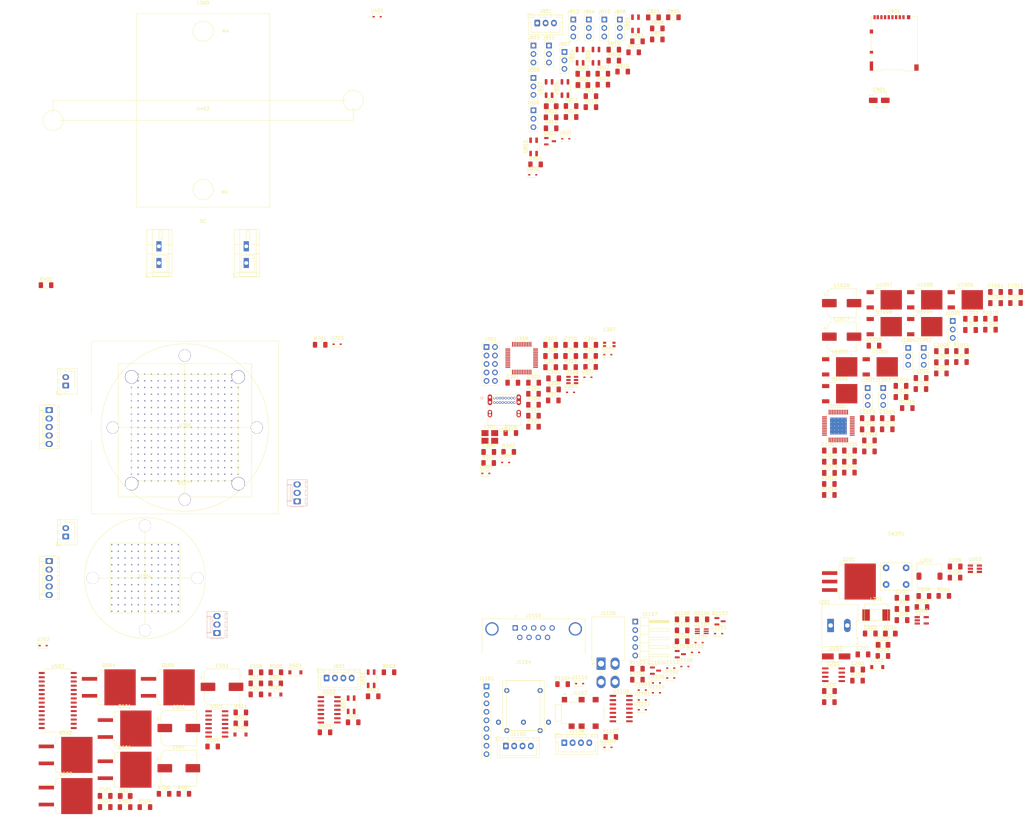
<source format=kicad_pcb>
(kicad_pcb (version 20211014) (generator pcbnew)
  (layers (0 "F.Cu" signal) (31 "B.Cu" signal) (34 "B.Paste" user) (35 "F.Paste" user) (36 "B.SilkS" user "B.Silkscreen") (37 "F.SilkS" user "F.Silkscreen") (38 "B.Mask" user) (39 "F.Mask" user) (44 "Edge.Cuts" user))
  (net 0 "")
  (net 1 "/PowerSupply/Unfiltered-24V")
  (net 2 "TMC1_CLK")
  (net 3 "+24V")
  (net 4 "+12V")
  (net 5 "+5V")
  (net 6 "/PowerSupply/3V3-BOOT")
  (net 7 "/PowerSupply/3V3-BOOT-D")
  (net 8 "+3.3V")
  (net 9 "VBUS")
  (net 10 "/MCU-USB-SPI/NRST")
  (net 11 "Net-(C303-Pad1)")
  (net 12 "Net-(C304-Pad1)")
  (net 13 "+3V3")
  (net 14 "/Three-Phase_Motor/IR2136-RCIN")
  (net 15 "/Three-Phase_Motor/IR2136-COM")
  (net 16 "/Three-Phase_Motor/IR2136-VB1")
  (net 17 "/Three-Phase_Motor/IR2136-VS1")
  (net 18 "/Three-Phase_Motor/IR2136-VB2")
  (net 19 "/Three-Phase_Motor/IR2136-VS2")
  (net 20 "/Three-Phase_Motor/IR2136-VB3")
  (net 21 "/Three-Phase_Motor/IR2136-VS3")
  (net 22 "Net-(C801-Pad1)")
  (net 23 "/ADC-DAC/IMPULSE-74HC14-R")
  (net 24 "/StepperMotors/TMC1-12Vout")
  (net 25 "/StepperMotors/TMC1-5Vout")
  (net 26 "/StepperMotors/TMC1-Vcc")
  (net 27 "/StepperMotors/TMC1_CPI")
  (net 28 "/StepperMotors/TMC1_CPO")
  (net 29 "/StepperMotors/TMC1_VCP")
  (net 30 "TMC1_BLACK")
  (net 31 "/StepperMotors/TMC1_CB2")
  (net 32 "TMC1_RED")
  (net 33 "/StepperMotors/TMC1_CA2")
  (net 34 "TMC1_GREEN")
  (net 35 "/StepperMotors/TMC1_CB1")
  (net 36 "TMC1_BLUE")
  (net 37 "/StepperMotors/TMC1_CA1")
  (net 38 "/PowerSupply/POL-FET-G")
  (net 39 "/PowerSupply/5V-Vout-LED")
  (net 40 "/PowerSupply/3V3-L-LED")
  (net 41 "/Three-Phase_Motor/IR2136-FAULT")
  (net 42 "/Three-Phase_Motor/IR2136-FAULT-LED")
  (net 43 "/ADC-DAC/STARTMARK-74HC14-R")
  (net 44 "/ADC-DAC/IMPULSE-74HC14-2-R")
  (net 45 "/PowerSupply/PowerIn-")
  (net 46 "/PowerSupply/PowerIn+")
  (net 48 "Net-(J301-Pad6)")
  (net 50 "Net-(J301-Pad8)")
  (net 51 "Net-(J301-Pad9)")
  (net 52 "Net-(J301-Pad10)")
  (net 53 "/MCU-USB-SPI/USB_CONN_CC1")
  (net 54 "/MCU-USB-SPI/USB_CONN_D+")
  (net 55 "/MCU-USB-SPI/USB_CONN_D-")
  (net 57 "/MCU-USB-SPI/USB_CONN_CC2")
  (net 59 "/LooperEncoder/_CONN-ENC-3V3")
  (net 60 "/LooperEncoder/_CONN_ENC-A")
  (net 61 "/LooperEncoder/_CONN_ENC-B")
  (net 62 "/LooperEncoder/_CONN_ENC-GND")
  (net 63 "Net-(J801-Pad2)")
  (net 64 "/ADC-DAC/IMPULSE-POWER-JUMPER")
  (net 65 "/ADC-DAC/STARTMARK-POWER-JUMPER")
  (net 66 "/ADC-DAC/_CONN-SYNKINO-GND-2")
  (net 67 "/ADC-DAC/_CONN-SYNKINO-SIGNAL-2")
  (net 68 "/ADC-DAC/_CONN-SYNKINO-3V3-2")
  (net 69 "/ADC-DAC/_CONN-SYNKINO-GND-4")
  (net 70 "/ADC-DAC/_CONN-SYNKINO-SIGNAL-4")
  (net 71 "/ADC-DAC/_CONN-SYNKINO-3V3-4")
  (net 72 "/ADC-DAC/_CONN-SYNKINO-GND-3")
  (net 73 "/ADC-DAC/_CONN-SYNKINO-SIGNAL-3")
  (net 74 "/ADC-DAC/_CONN-SYNKINO-3V3-3")
  (net 75 "/ADC-DAC/_CONN-SYNKINO-GND-5")
  (net 76 "/ADC-DAC/_CONN-SYNKINO-SIGNAL-5")
  (net 77 "/ADC-DAC/_CONN-SYNKINO-3V3-5")
  (net 78 "/ADC-DAC/_CONN-SYNKINO-GND-6")
  (net 79 "/ADC-DAC/_CONN-SYNKINO-SIGNAL-6")
  (net 80 "/ADC-DAC/_CONN-SYNKINO-3V3-6")
  (net 81 "/ADC-DAC/_CONN-SYNKINO-GND-7")
  (net 82 "/ADC-DAC/_CONN-SYNKINO-SIGNAL-7")
  (net 83 "/ADC-DAC/_CONN-SYNKINO-3V3-7")
  (net 84 "/StepperMotors/TMC1_CFG6")
  (net 85 "/StepperMotors/TMC1_CFG4")
  (net 86 "/StepperMotors/TMC1_SPI-MODE")
  (net 87 "/StepperMotors/TMC1_CFG5")
  (net 88 "/StepperMotors/TMC1_SD-MODE")
  (net 89 "/Connectors/D-SUB_1")
  (net 90 "/Connectors/D-SUB_6")
  (net 91 "/Connectors/D-SUB_2")
  (net 92 "/Connectors/D-SUB_7")
  (net 93 "/Connectors/D-SUB_3")
  (net 94 "/Connectors/D-SUB_8")
  (net 95 "/Connectors/D-SUB_4")
  (net 96 "/Connectors/D-SUB_9")
  (net 97 "/Connectors/P1_T")
  (net 98 "/Connectors/P1_R1")
  (net 99 "/Connectors/P1_R2")
  (net 100 "P1_TN")
  (net 102 "CRASS_COIL-B")
  (net 103 "CRASS_COIL-A")
  (net 104 "/Connectors/CRASS_4")
  (net 105 "CONN_ENC-A")
  (net 106 "CONN_ENC-B")
  (net 107 "LED_OUT+")
  (net 109 "LED_OUT-")
  (net 110 "8015A_FR")
  (net 111 "8015A_SPEED")
  (net 112 "8015A_AVI")
  (net 113 "8015A_ENBL")
  (net 114 "/PowerSupply/3V3-PHASE")
  (net 115 "/PowerSupply/POL-FET-D")
  (net 116 "/Three-Phase_Motor/IR2136-HO1-R")
  (net 117 "/Three-Phase_Motor/IR2136-LO1-R")
  (net 118 "/Three-Phase_Motor/IR2136-HO2-R")
  (net 119 "/Three-Phase_Motor/IR2136-LO2-R")
  (net 120 "/Three-Phase_Motor/IR2136-HO3-R")
  (net 121 "/Three-Phase_Motor/IR2136-LO3-R")
  (net 122 "/ADC-DAC/IMPULSE-SIGNAL")
  (net 123 "/ADC-DAC/IMPULSE-SIGNAL-R")
  (net 124 "P1_T_MCU")
  (net 125 "P1_R1_MCU")
  (net 126 "P1_R2_MCU")
  (net 127 "/PowerSupply/3V3-FB")
  (net 128 "/MCU-USB-SPI/MCU_SWDIO")
  (net 129 "/MCU-USB-SPI/MCU_SWCLK")
  (net 130 "/MCU-USB-SPI/MCU_SWO")
  (net 131 "/MCU-USB-SPI/BOOT0")
  (net 132 "Net-(R309-Pad1)")
  (net 133 "SD_CSN")
  (net 134 "TMC1_CSN")
  (net 135 "/MCU-USB-SPI/USB_D+")
  (net 136 "RELAY_IN")
  (net 137 "/Relay/RELAY_IN-R")
  (net 138 "/Three-Phase_Motor/IR2136-ITRIP")
  (net 139 "/Three-Phase_Motor/IR2136-HO1")
  (net 140 "/Three-Phase_Motor/IR2136-LO1")
  (net 141 "/Three-Phase_Motor/IR2136-LO2")
  (net 142 "/Three-Phase_Motor/IR2136-LO3")
  (net 143 "/Three-Phase_Motor/IR2136-HO2")
  (net 144 "/Three-Phase_Motor/IR2136-HO3")
  (net 145 "/LooperEncoder/QRE1113-1_A")
  (net 146 "/LooperEncoder/QRE1113-1_B")
  (net 147 "LDH-45B_PWM")
  (net 148 "/High-Power_LED/LDH-45B_PWM-R")
  (net 149 "/ADC-DAC/IMPULSE-74HC14")
  (net 150 "SENSORS_START-MARK")
  (net 151 "SENSORS_IMPULSE")
  (net 152 "/ADC-DAC/QRE1113-SYNKINO-2")
  (net 153 "/ADC-DAC/QRE1113-SYNKINO-4")
  (net 154 "/ADC-DAC/QRE1113-SYNKINO-3")
  (net 155 "/ADC-DAC/QRE1113-SYNKINO-5")
  (net 156 "/ADC-DAC/QRE1113-SYNKINO-6")
  (net 157 "/ADC-DAC/QRE1113-SYNKINO-7")
  (net 158 "/StepperMotors/TMC1_HB1")
  (net 159 "Net-(R1002-Pad2)")
  (net 160 "/StepperMotors/TMC1_HA1")
  (net 161 "/StepperMotors/TMC1_HA1-R")
  (net 162 "/StepperMotors/TMC1_SRBH-R")
  (net 163 "/StepperMotors/TMC1_SRBH")
  (net 164 "/StepperMotors/TMC1_SRAH-R")
  (net 165 "/StepperMotors/TMC1_SRAH")
  (net 166 "/StepperMotors/TMC1_SRBL")
  (net 167 "/StepperMotors/TMC1_SRAL")
  (net 168 "/StepperMotors/TMC1_LB1")
  (net 169 "Net-(R1008-Pad2)")
  (net 170 "/StepperMotors/TMC1_LA1")
  (net 171 "/StepperMotors/TMC1_LA1-R")
  (net 172 "/StepperMotors/TMC1_LB2")
  (net 173 "/StepperMotors/TMC1_LB2-R")
  (net 174 "/StepperMotors/TMC1_LA2")
  (net 175 "/StepperMotors/TMC1_LA2-R")
  (net 176 "/StepperMotors/TMC1_HB2")
  (net 177 "/StepperMotors/TMC1_HB2-R")
  (net 178 "/StepperMotors/TMC1_HA2")
  (net 179 "/StepperMotors/TMC1_HA2-R")
  (net 180 "SLIDE_RX")
  (net 185 "/MCU-USB-SPI/USB_CMC_D+")
  (net 186 "/MCU-USB-SPI/USB_CMC_D-")
  (net 187 "/MCU-USB-SPI/USB_D-")
  (net 188 "IR2136_HIN2")
  (net 189 "TMC1_STEP")
  (net 190 "TMC1_DIR")
  (net 191 "SLIDE_TX")
  (net 192 "TMC1_EN")
  (net 193 "IR2136_HIN1")
  (net 194 "MCU_SENSOR-ENC-A")
  (net 195 "MCU_SENSOR-ENC-B")
  (net 196 "IR2136_HIN3")
  (net 197 "IR2136_EN")
  (net 198 "TMC1_SWP")
  (net 199 "TMC1_SWN")
  (net 200 "/ADC-DAC/STARTMARK-SIGNAL")
  (net 201 "/Three-Phase_Motor/IR2136-LIN1")
  (net 202 "/Three-Phase_Motor/IR2136-LIN2")
  (net 203 "/Three-Phase_Motor/IR2136-LIN3")
  (net 207 "Net-(U603-Pad2)")
  (net 218 "TMC1_SCK")
  (net 219 "SD_MISO")
  (net 220 "SD_MOSI")
  (net 223 "CRASS_GREEN")
  (footprint "Diode_SMD:D_SOD-323" (layer "F.Cu") (at -200.515 161.655)
    (fp_text reference "U1115")
    (fp_text value "PESD3V3L1BA-Bidirectional_Diode")
  )
  (footprint "Diode_SMD:D_SOD-323" (layer "F.Cu") (at -228.635 98.645)
    (fp_text reference "U305")
    (fp_text value "PESD3V3L1BA-Bidirectional_Diode")
  )
  (footprint "Capacitor_SMD:C_1206_3216Metric_Pad1.33x1.80mm_HandSolder" (layer "F.Cu") (at -108.245 82.085)
    (fp_text reference "C1015")
    (fp_text value "1nF 100V")
  )
  (footprint "Capacitor_SMD:C_1206_3216Metric_Pad1.33x1.80mm_HandSolder" (layer "F.Cu") (at -342.785 198.685)
    (fp_text reference "C504")
    (fp_text value "10uF")
  )
  (footprint "Capacitor_SMD:C_1206_3216Metric_Pad1.33x1.80mm_HandSolder" (layer "F.Cu") (at -209.205 60.095)
    (fp_text reference "C303")
    (fp_text value "10p")
  )
  (footprint "Resistor_SMD:R_1206_3216Metric_Pad1.30x1.75mm_HandSolder" (layer "F.Cu") (at -197.215 66.705)
    (fp_text reference "R311")
    (fp_text value "10K")
  )
  (footprint "Resistor_SMD:R_1206_3216Metric_Pad1.30x1.75mm_HandSolder" (layer "F.Cu") (at -209.065 -8.125)
    (fp_text reference "R812")
    (fp_text value "47k")
  )
  (footprint "LED_SMD:LED_1206_3216Metric_Pad1.42x1.75mm_HandSolder" (layer "F.Cu") (at -107.34 146.655)
    (fp_text reference "D204")
    (fp_text value "LED")
  )
  (footprint "Resistor_SMD:R_1206_3216Metric_Pad1.30x1.75mm_HandSolder" (layer "F.Cu") (at -302.095 173.595)
    (fp_text reference "R502")
    (fp_text value "220")
  )
  (footprint "Connector_PinHeader_2.54mm:PinHeader_1x03_P2.54mm_Vertical" (layer "F.Cu") (at -209.715 -29.645)
    (fp_text reference "J811")
    (fp_text value "Conn_01x03_Female")
  )
  (footprint "Package_SO:SOIC-14_3.9x8.7mm_P1.27mm" (layer "F.Cu") (at -309.295 173.765)
    (fp_text reference "U501")
    (fp_text value "74HC14")
  )
  (footprint "PrivateParts:SRF3216A-Common-Mode-Choke" (layer "F.Cu") (at -191.62 59.98)
    (fp_text reference "U307")
    (fp_text value "SRF3216A-Common_Mode_Choke")
  )
  (footprint "Capacitor_SMD:C_1206_3216Metric_Pad1.33x1.80mm_HandSolder" (layer "F.Cu") (at -104.155 72.385)
    (fp_text reference "C1014")
    (fp_text value "4.7uF")
  )
  (footprint "Package_TO_SOT_SMD:SOT-23-5_HandSoldering" (layer "F.Cu") (at -97.935 142.685)
    (fp_text reference "U202")
    (fp_text value "NCP718-LDO_Regulator")
  )
  (footprint "Diode_SMD:D_SOD-323" (layer "F.Cu") (at -198.025 69.825)
    (fp_text reference "U302")
    (fp_text value "PESD3V3L1BA-Bidirectional_Diode")
  )
  (footprint "Diode_SMD:D_SOD-323" (layer "F.Cu") (at -181.715 166.555)
    (fp_text reference "U1101")
    (fp_text value "PESD3V3L1BA-Bidirectional_Diode")
  )
  (footprint "Diode_SMD:D_SOD-323" (layer "F.Cu") (at -361.355 150.265)
    (fp_text reference "U702")
    (fp_text value "PESD3V3L1BA-Bidirectional_Diode")
  )
  (footprint "Capacitor_SMD:C_1206_3216Metric_Pad1.33x1.80mm_HandSolder" (layer "F.Cu") (at -92.005 61.985)
    (fp_text reference "C1006")
    (fp_text value "22nF 100V")
  )
  (footprint "Capacitor_SMD:C_1206_3216Metric_Pad1.33x1.80mm_HandSolder" (layer "F.Cu") (at -103.845 135.935)
    (fp_text reference "C207")
    (fp_text value "1uF")
  )
  (footprint "Package_TO_SOT_SMD:SOT-23" (layer "F.Cu") (at -177.765 157.775)
    (fp_text reference "Q1101")
    (fp_text value "Q_NMOS")
  )
  (footprint "Diode_SMD:D_SOD-323" (layer "F.Cu") (at -204.665 -1.715)
    (fp_text reference "U801")
    (fp_text value "PESD3V3L1BA-Bidirectional_Diode")
  )
  (footprint "Resistor_SMD:R_1206_3216Metric_Pad1.30x1.75mm_HandSolder" (layer "F.Cu") (at -184.315 -27.625)
    (fp_text reference "R810")
    (fp_text value "220")
  )
  (footprint "Resistor_SMD:R_1206_3216Metric_Pad1.30x1.75mm_HandSolder" (layer "F.Cu") (at -205.615 161.825)
    (fp_text reference "R1104")
    (fp_text value "22kR")
  )
  (footprint "Resistor_SMD:R_1206_3216Metric_Pad1.30x1.75mm_HandSolder" (layer "F.Cu") (at -193.555 -21.215)
    (fp_text reference "R807")
    (fp_text value "220")
  )
  (footprint "Connector_JST:JST_XH_B4B-XH-A_1x04_P2.50mm_Vertical" (layer "F.Cu") (at -222.635 180.375)
    (fp_text reference "J1105")
    (fp_text value "Conn_01x04_Female")
  )
  (footprint "Diode_SMD:D_SOD-123" (layer "F.Cu") (at -285.735 158.285)
    (fp_text reference "D503")
    (fp_text value "1N4007")
  )
  (footprint "Resistor_SMD:R_1206_3216Metric_Pad1.30x1.75mm_HandSolder" (layer "F.Cu") (at -183.185 160.485)
    (fp_text reference "R1105")
    (fp_text value "10k")
  )
  (footprint "Diode_SMD:D_SOD-323" (layer "F.Cu") (at -214.565 9.105)
    (fp_text reference "U802")
    (fp_text value "PESD3V3L1BA-Bidirectional_Diode")
  )
  (footprint "Capacitor_SMD:C_1206_3216Metric_Pad1.33x1.80mm_HandSolder" (layer "F.Cu") (at -125.605 98.485)
    (fp_text reference "C1019")
    (fp_text value "1nF 100V")
  )
  (footprint "Package_TO_SOT_SMD:SOT-23-3" (layer "F.Cu") (at -209.365 -0.965)
    (fp_text reference "Q801")
    (fp_text value "BC847B")
  )
  (footprint "Resistor_SMD:R_1206_3216Metric_Pad1.30x1.75mm_HandSolder" (layer "F.Cu") (at -125.635 167.225)
    (fp_text reference "R204")
    (fp_text value "62K")
  )
  (footprint "Connector_PinHeader_2.54mm:PinHeader_1x03_P2.54mm_Vertical" (layer "F.Cu") (at -202.415 -37.445)
    (fp_text reference "J812")
    (fp_text value "Conn_01x03_Female")
  )
  (footprint "Diode_SMD:D_SOD-323" (layer "F.Cu") (at -203.235 74.335)
    (fp_text reference "U303")
    (fp_text value "PESD3V3L1BA-Bidirectional_Diode")
  )
  (footprint "Connector_Molex:Molex_Mini-Fit_Jr_5569-04A2_2x02_P4.20mm_Horizontal" (layer "F.Cu") (at -194.085 155.675)
    (fp_text reference "J1106")
    (fp_text value "Conn_02x02_Counter_Clockwise")
  )
  (footprint "Resistor_SMD:R_1206_3216Metric_Pad1.30x1.75mm_HandSolder" (layer "F.Cu") (at -119.625 98.395)
    (fp_text reference "R1006")
    (fp_text value "47R")
  )
  (footprint "Capacitor_SMD:C_1206_3216Metric_Pad1.33x1.80mm_HandSolder" (layer "F.Cu") (at -113.365 146.635)
    (fp_text reference "C202")
    (fp_text value "0.1uF")
  )
  (footprint "Inductor_SMD:L_TDK_SLF7045" (layer "F.Cu") (at -95.615 129.45)
    (fp_text reference "L202")
    (fp_text value "4.7uH")
  )
  (footprint "Capacitor_SMD:CP_Elec_10x10.5" (layer "F.Cu") (at -320.69 174.985)
    (fp_text reference "C502")
    (fp_text value "100uF 50V")
  )
  (footprint "Capacitor_SMD:C_1206_3216Metric_Pad1.33x1.80mm_HandSolder" (layer "F.Cu") (at -92.005 65.335)
    (fp_text reference "C1009")
    (fp_text value "470nF")
  )
  (footprint "LED_SMD:LED_1206_3216Metric_Pad1.42x1.75mm_HandSolder" (layer "F.Cu") (at -109.53 150.045)
    (fp_text reference "D202")
    (fp_text value "LED")
  )
  (footprint "Capacitor_SMD:CP_Elec_10x10.5" (layer "F.Cu") (at -320.69 187.035)
    (fp_text reference "C501")
    (fp_text value "100uF 50V")
  )
  (footprint "Resistor_SMD:R_1206_3216Metric_Pad1.30x1.75mm_HandSolder" (layer "F.Cu") (at -86.025 65.245)
    (fp_text reference "R1003")
    (fp_text value "10R")
  )
  (footprint "Diode_SMD:D_SOD-323" (layer "F.Cu") (at -177.465 164.425)
    (fp_text reference "U1114")
    (fp_text value "PESD3V3L1BA-Bidirectional_Diode")
  )
  (footprint "Capacitor_SMD:C_1206_3216Metric_Pad1.33x1.80mm_HandSolder" (layer "F.Cu") (at -297.565 158.285)
    (fp_text reference "C506")
    (fp_text value "10uF")
  )
  (footprint "Package_TO_SOT_SMD:TO-263-2" (layer "F.Cu") (at -354.635 183.035)
    (fp_text reference "Q502")
    (fp_text value "IRF540N")
  )
  (footprint "Resistor_SMD:R_1206_3216Metric_Pad1.30x1.75mm_HandSolder" (layer "F.Cu") (at -117.185 160.775)
    (fp_text reference "R202")
    (fp_text value "100K")
  )
  (footprint "Package_TO_SOT_SMD:TO-263-2" (layer "F.Cu") (at -341.685 162.785)
    (fp_text reference "Q504")
    (fp_text value "IRF540N")
  )
  (footprint "Package_TO_SOT_SMD:TO-263-2" (layer "F.Cu") (at -336.945 187.485)
    (fp_text reference "Q506")
    (fp_text value "IRF540N")
  )
  (footprint "Resistor_SMD:R_1206_3216Metric_Pad1.30x1.75mm_HandSolder" (layer "F.Cu") (at -208.395 76.755)
    (fp_text reference "R312")
    (fp_text value "R1k5")
  )
  (footprint "Resistor_SMD:R_1206_3216Metric_Pad1.30x1.75mm_HandSolder" (layer "F.Cu") (at -183.185 157.195)
    (fp_text reference "R1103")
    (fp_text value "10k")
  )
  (footprint "OptoDevice:OnSemi_CASE100CY" (layer "F.Cu") (at -200.365 -26.465)
    (fp_text reference "U804")
    (fp_text value "QRE1113GR")
  )
  (footprint "Resistor_SMD:R_1206_3216Metric_Pad1.30x1.75mm_HandSolder" (layer "F.Cu") (at -197.125 -11.185)
    (fp_text reference "R813")
    (fp_text value "47k")
  )
  (footprint "PrivateParts:PinHeader_2x05_P2.54mm_Vertical" (layer "F.Cu") (at -228.435 60.745)
    (fp_text reference "J301")
    (fp_text value "Conn_02x05_Counter_Clockwise")
  )
  (footprint "Capacitor_SMD:C_1206_3216Metric_Pad1.33x1.80mm_HandSolder" (layer "F.Cu") (at -83.305 55.635)
    (fp_text reference "C1002")
    (fp_text value "0.1uF")
  )
  (footprint "Resistor_SMD:R_1206_3216Metric_Pad1.30x1.75mm_HandSolder" (layer "F.Cu") (at -108.275 85.405)
    (fp_text reference "R1013")
    (fp_text value "10R")
  )
  (footprint "Capacitor_SMD:C_1206_3216Metric_Pad1.33x1.80mm_HandSolder" (layer "F.Cu") (at -104.155 75.735)
    (fp_text reference "C1012")
    (fp_text value "470nF")
  )
  (footprint "Package_TO_SOT_SMD:TO-252-2" (layer "F.Cu") (at -109.185 46.585)
    (fp_text reference "U1007")
    (fp_text value "AOD4126_N-Channel_MOSFET")
  )
  (footprint "Resistor_SMD:R_1206_3216Metric_Pad1.30x1.75mm_HandSolder" (layer "F.Cu") (at -203.075 -8.225)
    (fp_text reference "R801")
    (fp_text value "470k")
  )
  (footprint "Capacitor_SMD:C_1206_3216Metric_Pad1.33x1.80mm_HandSolder" (layer "F.Cu") (at -125.605 91.785)
    (fp_text reference "C1007")
    (fp_text value "100nF 16V")
  )
  (footprint "Capacitor_SMD:CP_Elec_8x10.5" (layer "F.Cu") (at -121.935 47.585)
    (fp_text reference "C1020")
    (fp_text value "22uF")
  )
  (footprint "Capacitor_SMD:C_1206_3216Metric_Pad1.33x1.80mm_HandSolder" (layer "F.Cu") (at -114.255 85.435)
    (fp_text reference "C1010")
    (fp_text value "470nF")
  )
  (footprint "PrivateParts:57PC5FS-DIN-5_Connector" (layer "F.Cu") (at -217.348 168.24)
    (fp_text reference "J1104")
    (fp_text value "DIN-5")
  )
  (footprint "Resistor_SMD:R_1206_3216Metric_Pad1.30x1.75mm_HandSolder" (layer "F.Cu") (at -102.265 79.055)
    (fp_text reference "R1015")
    (fp_text value "10R")
  )
  (footprint "Resistor_SMD:R_1206_3216Metric_Pad1.30x1.75mm_HandSolder" (layer "F.Cu") (at -98.175 73.355)
    (fp_text reference "R1008")
    (fp_text value "10R")
  )
  (footprint "Package_TO_SOT_SMD:TO-252-2" (layer "F.Cu") (at -110.385 66.685)
    (fp_text reference "U1005")
    (fp_text value "AOD4126_N-Channel_MOSFET")
  )
  (footprint "Resistor_SMD:R_1206_3216Metric_Pad1.30x1.75mm_HandSolder" (layer "F.Cu") (at -208.335 73.465)
    (fp_text reference "R308")
    (fp_text value "R10k")
  )
  (footprint "Resistor_SMD:R_1206_3216Metric_Pad1.30x1.75mm_HandSolder" (layer "F.Cu") (at -227.785 95.525)
    (fp_text reference "R307")
    (fp_text value "R0")
  )
  (footprint "Resistor_SMD:R_1206_3216Metric_Pad1.30x1.75mm_HandSolder" (layer "F.Cu") (at -214.345 78.055)
    (fp_text reference "R309")
    (fp_text value "R0")
  )
  (footprint "Connector_PinHeader_2.54mm:PinHeader_1x03_P2.54mm_Vertical" (layer "F.Cu") (at -114.135 73.035)
    (fp_text reference "J1001")
    (fp_text value "Conn_01x03_Male")
  )
  (footprint "Capacitor_SMD:C_1206_3216Metric_Pad1.33x1.80mm_HandSolder" (layer "F.Cu") (at -103.845 139.285)
    (fp_text reference "C204")
    (fp_text value "0.33uF")
  )
  (footprint "Diode_SMD:D_SOD-323" (layer "F.Cu") (at -168.945 156.545)
    (fp_text reference "U1106")
    (fp_text value "PESD3V3L1BA-Bidirectional_Diode")
  )
  (footprint "Diode_SMD:D_SOD-323" (layer "F.Cu") (at -222.685 95.355)
    (fp_text reference "U301")
    (fp_text value "PESD3V3L1BA-Bidirectional_Diode")
  )
  (footprint "Resistor_SMD:R_1206_3216Metric_Pad1.30x1.75mm_HandSolder" (layer "F.Cu") (at -183.165 -30.915)
    (fp_text reference "R811")
    (fp_text value "220")
  )
  (footprint "Capacitor_SMD:C_1206_3216Metric_Pad1.33x1.80mm_HandSolder" (layer "F.Cu") (at -209.205 63.445)
    (fp_text reference "C308")
    (fp_text value "100n")
  )
  (footprint "OptoDevice:OnSemi_CASE100CY" (layer "F.Cu") (at -269.015 168.015)
    (fp_text reference "U603")
    (fp_text value "QRE1113GR")
  )
  (footprint "Resistor_SMD:R_1206_3216Metric_Pad1.30x1.75mm_HandSolder" (layer "F.Cu") (at -291.645 161.605)
    (fp_text reference "R501")
    (fp_text value "47")
  )
  (footprint "Capacitor_SMD:C_1206_3216Metric_Pad1.33x1.80mm_HandSolder" (layer "F.Cu") (at -199.535 -21.185)
    (fp_text reference "C802")
    (fp_text value "100n")
  )
  (footprint "Package_TO_SOT_SMD:TO-263-2" (layer "F.Cu") (at -336.945 175.135)
    (fp_text reference "Q501")
    (fp_text value "IRF540N")
  )
  (footprint "Resistor_SMD:R_1206_3216Metric_Pad1.30x1.75mm_HandSolder" (layer "F.Cu") (at -214.345 84.635)
    (fp_text reference "R301")
    (fp_text value "R5k1")
  )
  (footprint "Resistor_SMD:R_1206_3216Metric_Pad1.30x1.75mm_HandSolder" (layer "F.Cu") (at -203.225 66.765)
    (fp_text reference "R303")
    (fp_text value "49R9")
  )
  (footprint "LED_SMD:LED_1206_3216Metric_Pad1.42x1.75mm_HandSolder" (layer "F.Cu") (at -209.02 -11.465)
    (fp_text reference "D801")
    (fp_text value "LED")
  )
  (footprint "Resistor_SMD:R_1206_3216Metric_Pad1.30x1.75mm_HandSolder" (layer "F.Cu") (at -197.215 63.415)
    (fp_text reference "R305")
    (fp_text value "49R9")
  )
  (footprint "Diode_SMD:D_SOD-323" (layer "F.Cu") (at -177.465 161.475)
    (fp_text reference "U1105")
    (fp_text value "PESD3V3L1BA-Bidirectional_Diode")
  )
  (footprint "Resistor_SMD:R_1206_3216Metric_Pad1.30x1.75mm_HandSolder" (layer "F.Cu") (at -125.635 105.095)
    (fp_text reference "R1014")
    (fp_text value "10R")
  )
  (footprint "Resistor_SMD:R_1206_3216Metric_Pad1.30x1.75mm_HandSolder" (layer "F.Cu") (at -302.095 170.305)
    (fp_text reference "R511")
    (fp_text value "47")
  )
  (footprint "Package_SO:SOIC-14_3.9x8.7mm_P1.27mm" (layer "F.Cu") (at -275.615 169.515)
    (fp_text reference "U602")
    (fp_text value "74HC14")
  )
  (footprint "Resistor_SMD:R_1206_3216Metric_Pad1.30x1.75mm_HandSolder" (layer "F.Cu") (at -187.605 -21.845)
    (fp_text reference "R816")
    (fp_text value "47k")
  )
  (footprint "OptoDevice:OnSemi_CASE100CY" (layer "F.Cu") (at -263.015 160.215)
    (fp_text reference "U601")
    (fp_text value "QRE1113GR")
  )
  (footprint "Connector_PinHeader_2.54mm:PinHeader_1x03_P2.54mm_Vertical" (layer "F.Cu") (at -101.985 60.985)
    (fp_text reference "J1004")
    (fp_text value "Conn_01x03_Male")
  )
  (footprint "Diode_SMD:D_SOD-323" (layer "F.Cu") (at -158.835 146.675)
    (fp_text reference "U1111")
    (fp_text value "PESD3V3L1BA-Bidirectional_Diode")
  )
  (footprint "Connector_Card:microSD_HC_Hirose_DM3AT-SF-PEJM5" (layer "F.Cu") (at -106.195 -30.425)
    (fp_text reference "U901")
    (fp_text value "DM3AT_Hirose_MicroSD_Card_Reader")
  )
  (footprint "Diode_SMD:D_SOD-323" (layer "F.Cu") (at -181.715 163.605)
    (fp_text reference "U1103")
    (fp_text value "PESD3V3L1BA-Bidirectional_Diode")
  )
  (footprint "Resistor_SMD:R_1206_3216Metric_Pad1.30x1.75mm_HandSolder" (layer "F.Cu") (at -325.125 194.705)
    (fp_text reference "R506")
    (fp_text value "47")
  )
  (footprint "Capacitor_SMD:C_1206_3216Metric_Pad1.33x1.80mm_HandSolder" (layer "F.Cu") (at -75.805 44.235)
    (fp_text reference "C1001")
    (fp_text value "0.1uF")
  )
  (footprint "Resistor_SMD:R_1206_3216Metric_Pad1.30x1.75mm_HandSolder" (layer "F.Cu") (at -291.585 158.255)
    (fp_text reference "R508")
    (fp_text value "47")
  )
  (footprint "Resistor_SMD:R_1206_3216Metric_Pad1.30x1.75mm_HandSolder" (layer "F.Cu") (at -330.855 198.695)
    (fp_text reference "R509")
    (fp_text value "47")
  )
  (footprint "Capacitor_SMD:C_1206_3216Metric_Pad1.33x1.80mm_HandSolder" (layer "F.Cu") (at -125.605 163.905)
    (fp_text reference "C205")
    (fp_text value "10uF")
  )
  (footprint "Capacitor_SMD:C_1206_3216Metric_Pad1.33x1.80mm_HandSolder" (layer "F.Cu") (at -117.155 157.455)
    (fp_text reference "C203")
    (fp_text value "1uF")
  )
  (footprint "Capacitor_SMD:C_1206_3216Metric_Pad1.33x1.80mm_HandSolder" (layer "F.Cu") (at -119.595 91.785)
    (fp_text reference "C1005")
    (fp_text value "0.47uF")
  )
  (footprint "Capacitor_SMD:CP_Elec_4x5.8" (layer "F.Cu") (at -110.665 -13.225)
    (fp_text reference "C901")
    (fp_text value "10u")
  )
  (footprint "Resistor_SMD:R_1206_3216Metric_Pad1.30x1.75mm_HandSolder" (layer "F.Cu") (at -190.265 -25.135)
    (fp_text reference "R809")
    (fp_text value "47k")
  )
  (footprint "Capacitor_SMD:C_1206_3216Metric_Pad1.33x1.80mm_HandSolder" (layer "F.Cu") (at -203.195 60.095)
    (fp_text reference "C310")
    (fp_text value "100n")
  )
  (footprint "Package_TO_SOT_SMD:SOT-23" (layer "F.Cu") (at -158.415 142.975)
    (fp_text reference "Q1102")
    (fp_text value "Q_NMOS")
  )
  (footprint "Diode_SMD:D_SOD-323" (layer "F.Cu") (at -273.205 59.895)
    (fp_text reference "U703")
    (fp_text value "PESD3V3L1BA-Bidirectional_Diode")
  )
  (footprint "Capacitor_SMD:C_1206_3216Metric_Pad1.33x1.80mm_HandSolder" (layer "F.Cu") (at -97.295 135.395)
    (fp_text reference "C208")
    (fp_text value "10nF")
  )
  (footprint "Resistor_SMD:R_1206_3216Metric_Pad1.30x1.75mm_HandSolder" (layer "F.Cu") (at -77.325 55.545)
    (fp_text reference "R1002")
    (fp_text value "10R")
  )
  (footprint "PrivateParts:Molex-USB-C_2137160001" (layer "F.Cu") (at -223.090898 79.1062)
    (fp_text reference "J302")
    (fp_text value "USB_C_Receptacle_USB2.0")
  )
  (footprint "Resistor_SMD:R_1206_3216Metric_Pad1.30x1.75mm_HandSolder" (layer "F.Cu") (at -221.775 92.175)
    (fp_text reference "R302")
    (fp_text value "R5k1")
  )
  (footprint "Capacitor_SMD:C_1206_3216Metric_Pad1.33x1.80mm_HandSolder" (layer "F.Cu") (at -112.255 60.335)
    (fp_text reference "C1018")
    (fp_text value "1nF 100V")
  )
  (footprint "OptoDevice:OnSemi_CASE100CY" (layer "F.Cu") (at -209.665 -16.765)
    (fp_text reference "U807")
    (fp_text value "QRE1113GR")
  )
  (footprint "Package_SO:SOIC-8_3.9x4.9mm_P1.27mm" (layer "F.Cu") (at -124.385 159.005)
    (fp_text reference "U201")
    (fp_text value "MC78L12_SO8")
  )
  (footprint "Resistor_SMD:R_1206_3216Metric_Pad1.30x1.75mm_HandSolder" (layer "F.Cu") (at -262.415 165.465)
    (fp_text reference "R602")
    (fp_text value "47k")
  )
  (footprint "Connector_PinHeader_2.54mm:PinHeader_1x05_P2.54mm_Horizontal" (layer "F.Cu") (at -183.835 143.075)
    (fp_text reference "J1107")
    (fp_text value "Conn_01x05_Male")
  )
  (footprint "Package_TO_SOT_SMD:SOT-363_SC-70-6_Handsoldering" (layer "F.Cu") (at -163.885 145.965)
    (fp_text reference "U1107")
    (fp_text value "BSS138DW_MOSFET_ARRAY_MULTIPLE_UNITS")
  )
  (footprint "Package_SO:SOIC-28W_7.5x18.7mm_P1.27mm" (layer "F.Cu") (at -357.005 166.735)
    (fp_text reference "U502")
    (fp_text value "IR2136")
  )
  (footprint "Connector_PinHeader_2.54mm:PinHeader_1x03_P2.54mm_Vertical" (layer "F.Cu") (at -214.365 -19.945)
    (fp_text reference "J809")
    (fp_text value "Conn_01x03_Female")
  )
  (footprint "Capacitor_SMD:C_1206_3216Metric_Pad1.33x1.80mm_HandSolder" (layer "F.Cu") (at -342.785 195.335)
    (fp_text reference "C505")
    (fp_text value "10uF")
  )
  (footprint "Diode_SMD:D_SOD-323" (layer "F.Cu") (at -192.015 180.785)
    (fp_text reference "U1109")
    (fp_text value "PESD3V3L1BA-Bidirectional_Diode")
  )
  (footprint "Capacitor_SMD:C_1206_3216Metric_Pad1.33x1.80mm_HandSolder" (layer "F.Cu") (at -125.605 95.135)
    (fp_text reference "C1004")
    (fp_text value "2.2uF")
  )
  (footprint "Resistor_SMD:R_1206_3216Metric_Pad1.30x1.75mm_HandSolder" (layer "F.Cu") (at -113.615 92.045)
    (fp_text reference "R1004")
    (fp_text value "47R")
  )
  (footprint "Capacitor_SMD:C_1206_3216Metric_Pad1.33x1.80mm_HandSolder" (layer "F.Cu") (at -69.795 44.235)
    (fp_text reference "C1011")
    (fp_text value "470nF")
  )
  (footprint "Resistor_SMD:R_1206_3216Metric_Pad1.30x1.75mm_HandSolder" (layer "F.Cu") (at -257.665 158.255)
    (fp_text reference "R603")
    (fp_text value "220")
  )
  (footprint "Resistor_SMD:R_1206_3216Metric_Pad1.30x1.75mm_HandSolder" (layer "F.Cu") (at -221.135 86.525)
    (fp_text reference "R306")
    (fp_text value "49R9")
  )
  (footprint "Resistor_SMD:R_1206_3216Metric_Pad1.30x1.75mm_HandSolder" (layer "F.Cu") (at -86.025 61.955)
    (fp_text reference "R1011")
    (fp_text value "R0.075")
  )
  (footprint "LED_SMD:LED_1206_3216Metric_Pad1.42x1.75mm_HandSolder" (layer "F.Cu") (at -336.76 195.355)
    (fp_text reference "D501")
    (fp_text value "LED")
  )
  (footprint "Capacitor_SMD:C_1206_3216Metric_Pad1.33x1.80mm_HandSolder" (layer "F.Cu") (at -87.925 126.565)
    (fp_text reference "C209")
    (fp_text value "22uF")
  )
  (footprint "Package_TO_SOT_SMD:SOT-23-6_Handsoldering" (layer "F.Cu") (at -81.995 127.215)
    (fp_text reference "U203")
    (fp_text value "RT8259-Step-Down_Converter")
  )
  (footprint "Package_TO_SOT_SMD:TO-252-2" (layer "F.Cu") (at -97.035 54.635)
    (fp_text reference "U1004")
    (fp_text value "AOD4126_N-Channel_MOSFET")
  )
  (footprint "Resistor_SMD:R_1206_3216Metric_Pad1.30x1.75mm_HandSolder" (layer "F.Cu") (at -214.345 81.345)
    (fp_text reference "R310")
    (fp_text value "10K")
  )
  (footprint "Resistor_SMD:R_1206_3216Metric_Pad1.30x1.75mm_HandSolder" (layer "F.Cu") (at -319.175 194.705)
    (fp_text reference "R507")
    (fp_text value "47")
  )
  (footprint "Resistor_SMD:R_1206_3216Metric_Pad1.30x1.75mm_HandSolder" (layer "F.Cu") (at -87.955 129.885)
    (fp_text reference "R206")
    (fp_text value "220R")
  )
  (footprint "TerminalBlock:TerminalBlock_Altech_AK300-2_P5.00mm" (layer "F.Cu") (at -125.255 144.235)
    (fp_text reference "J201")
    (fp_text value "Screw_Terminal_01x02")
  )
  (footprint "Package_TO_SOT_SMD:TO-263-3_TabPin2" (layer "F.Cu") (at -119.765 131.065)
    (fp_text reference "Q201")
    (fp_text value "IRF5305-Reverse-Polarity")
  )
  (footprint "Diode_SMD:D_SOD-323" (layer "F.Cu") (at -173.195 157.025)
    (fp_text reference "U1113")
    (fp_text value "PESD3V3L1BA-Bidirectional_Diode")
  )
  (footprint "Connector_PinHeader_2.54mm:PinHeader_1x03_P2.54mm_Vertical" (layer "F.Cu") (at -97.335 60.985)
    (fp_text reference "J1002")
    (fp_text value "Conn_01x03_Male")
  )
  (footprint "Package_TO_SOT_SMD:SOT-23" (layer "F.Cu") (at -170.315 152.845)
    (fp_text reference "Q1103")
    (fp_text value "Q_NMOS")
  )
  (footprint "Resistor_SMD:R_1206_3216Metric_Pad1.30x1.75mm_HandSolder" (layer "F.Cu") (at -209.065 -4.835)
    (fp_text reference "R814")
    (fp_text value "220")
  )
  (footprint "Capacitor_SMD:C_1206_3216Metric_Pad1.33x1.80mm_HandSolder" (layer "F.Cu") (at -98.145 70.035)
    (fp_text reference "C1016")
    (fp_text value "1nF 100V")
  )
  (footprint "Package_TO_SOT_SMD:TO-252-2" (layer "F.Cu") (at -97.035 46.585)
    (fp_text reference "U1009")
    (fp_text value "AOD4126_N-Channel_MOSFET")
  )
  (footprint "Resistor_SMD:R_1206_3216Metric_Pad1.30x1.75mm_HandSolder" (layer "F.Cu") (at -92.035 68.655)
    (fp_text reference "R1007")
    (fp_text value "47R")
  )
  (footprint "Crystal:Crystal_SMD_3225-4Pin_3.2x2.5mm_HandSoldering" (layer "F.Cu") (at -227.435 87.705)
    (fp_text reference "Y301")
    (fp_text value "Crystal_GND24")
  )
  (footprint "Resistor_SMD:R_1206_3216Metric_Pad1.30x1.75mm_HandSolder" (layer "F.Cu") (at -119.625 95.105)
    (fp_text reference "R1001")
    (fp_text value "R2.2")
  )
  (footprint "Connector_JST:JST_XH_B4B-XH-A_1x04_P2.50mm_Vertical" (layer "F.Cu") (at -276.365 159.985)
    (fp_text reference "J601")
    (fp_text value "Conn_01x04_Female")
  )
  (footprint "Diode_SMD:D_SOD-323" (layer "F.Cu") (at -192.055 63.015)
    (fp_text reference "U304")
    (fp_text value "PESD3V3L1BA-Bidirectional_Diode")
  )
  (footprint "Resistor_SMD:R_1206_3216Metric_Pad1.30x1.75mm_HandSolder" (layer "F.Cu") (at -97.865 138.715)
    (fp_text reference "R205")
    (fp_text value "19.6K")
  )
  (footprint "Capacitor_SMD:CP_Elec_8x10.5" (layer "F.Cu") (at -121.935 57.635)
    (fp_text reference "C1017")
    (fp_text value "22uF")
  )
  (footprint "Diode_SMD:D_SOD-123" (layer "F.Cu") (at -302.195 176.915)
    (fp_text reference "D504")
    (fp_text value "1N4007")
  )
  (footprint "Resistor_SMD:R_1206_3216Metric_Pad1.30x1.75mm_HandSolder" (layer "F.Cu") (at -197.125 -14.475)
    (fp_text reference "R817")
    (fp_text value "47k")
  )
  (footprint "Resistor_SMD:R_1206_3216Metric_Pad1.30x1.75mm_HandSolder" (layer "F.Cu") (at -297.595 164.895)
    (fp_text reference "R505")
    (fp_text value "47")
  )
  (footprint "Resistor_SMD:R_1206_3216Metric_Pad1.30x1.75mm_HandSolder" (layer "F.Cu") (at -169.785 142.395)
    (fp_text reference "R1108")
    (fp_text value "10k")
  )
  (footprint "Diode_SMD:D_SOD-323" (layer "F.Cu") (at -164.685 149.365)
    (fp_text reference "U1104")
    (fp_text value "PESD3V3L1BA-Bidirectional_Diode")
  )
  (footprint "Capacitor_SMD:C_1206_3216Metric_Pad1.33x1.80mm_HandSolder" (layer "F.Cu") (at -115.555 152.905)
    (fp_text reference "C201")
    (fp_text value "0.1uF")
  )
  (footprint "Diode_SMD:D_SOD-323" (layer "F.Cu") (at -165.745 152.315)
    (fp_text reference "U1110")
    (fp_text value "PESD3V3L1BA-Bidirectional_Diode")
  )
  (footprint "Capacitor_SMD:CP_Elec_10x10.5" (layer "F.Cu") (at -307.74 162.635)
    (fp_text reference "C503")
    (fp_text value "100uF 50V")
  )
  (footprint "Connector_PinHeader_2.54mm:PinHeader_1x03_P2.54mm_Vertical" (layer "F.Cu") (at -214.365 -10.245)
    (fp_text reference "J806")
    (fp_text value "Conn_01x03_Male")
  )
  (footprint "Resistor_SMD:R_1206_3216Metric_Pad1.30x1.75mm_HandSolder" (layer "F.Cu") (at -193.555 -17.925)
    (fp_text reference "R802")
    (fp_text value "3k3")
  )
  (footprint "Resistor_SMD:R_1206_3216Metric_Pad1.30x1.75mm_HandSolder" (layer "F.Cu") (at -169.785 148.975)
    (fp_text reference "R1101")
    (fp_text value "22kR")
  )
  (footprint "Diode_SMD:D_SOD-123" (layer "F.Cu") (at -291.745 164.925)
    (fp_text reference "D502")
    (fp_text value "1N4007")
  )
  (footprint "Capacitor_SMD:C_1206_3216Metric_Pad1.33x1.80mm_HandSolder" (layer "F.Cu") (at -178.385 -38.095)
    (fp_text reference "C801")
    (fp_text value "100n")
  )
  (footprint "Package_TO_SOT_SMD:TO-252-2" (layer "F.Cu") (at -122.535 74.735)
    (fp_text reference "U1003")
    (fp_text value "AOD4126_N-Channel_MOSFET")
  )
  (footprint "Resistor_SMD:R_1206_3216Metric_Pad1.30x1.75mm_HandSolder" (layer "F.Cu") (at -190.265 -28.425)
    (fp_text reference "R815")
    (fp_text value "220")
  )
  (footprint "Diode_SMD:D_SOD-323" (layer "F.Cu") (at -173.195 159.975)
    (fp_text reference "U1102")
    (fp_text value "PESD3V3L1BA-Bidirectional_Diode")
  )
  (footprint "Resistor_SMD:R_1206_3216Metric_Pad1.30x1.75mm_HandSolder" (layer "F.Cu") (at -125.635 101.805)
    (fp_text reference "R1012")
    (fp_text value "10R")
  )
  (footprint "Package_TO_SOT_SMD:TO-252-2" (layer "F.Cu") (at -122.535 66.685)
    (fp_text reference "U1002")
    (fp_text value "AOD4126_N-Channel_MOSFET")
  )
  (footprint "Resistor_SMD:R_1206_3216Metric_Pad1.30x1.75mm_HandSolder" (layer "F.Cu") (at -91.315 135.365)
    (fp_text reference "R201")
    (fp_text value "0")
  )
  (footprint "Capacitor_SMD:C_1206_3216Metric_Pad1.33x1.80mm_HandSolder" (layer "F.Cu") (at -114.255 82.085)
    (fp_text reference "C1013")
    (fp_text value "4.7uF")
  )
  (footprint "Resistor_SMD:R_1206_3216Metric_Pad1.30x1.75mm_HandSolder" (layer "F.Cu") (at -213.715 5.985)
    (fp_text reference "R804")
    (fp_text value "220")
  )
  (footprint "Resistor_SMD:R_1206_3216Metric_Pad1.30x1.75mm_HandSolder" (layer "F.Cu") (at -113.615 88.755)
    (fp_text reference "R1009")
    (fp_text value "10R")
  )
  (footprint "Package_TO_SOT_SMD:TO-252-2" (layer "F.Cu") (at -84.885 46.585)
    (fp_text reference "U1006")
    (fp_text value "AOD4126_N-Channel_MOSFET")
  )
  (footprint "Resistor_SMD:R_1206_3216Metric_Pad1.30x1.75mm_HandSolder" (layer "F.Cu") (at -169.785 145.685)
    (fp_text reference "R1102")
    (fp_text value "R")
  )
  (footprint "Connector_PinHeader_2.54mm:PinHeader_1x03_P2.54mm_Vertical" (layer "F.Cu") (at -109.485 73.035)
    (fp_text reference "J1003")
    (fp_text value "Conn_01x03_Male")
  )
  (footprint "Connector_Dsub:DSUB-9_Male_Horizontal_P2.77x2.84mm_EdgePinOffset4.94mm_Housed_MountingHolesOffset7.48mm" (layer "F.Cu") (at -219.835 144.964338)
    (fp_text reference "J1103")
    (fp_text value "DB9_Male_MountingHoles")
  )
  (footprint "PrivateParts:AQA411VL-Solid_State_Relay" (layer "F.Cu") (at -313.405 -10.21)
    (fp_text reference "U402")
    (fp_text value "AQ-A-421VL_Solid_State_Relay")
  )
  (footprint "Resistor_SMD:R_1206_3216Metric_Pad1.30x1.75mm_HandSolder" (layer "F.Cu") (at -109.575 153.385)
    (fp_text reference "R203")
    (fp_text value "220R")
  )
  (footprint "Capacitor_SMD:C_1206_3216Metric_Pad1.33x1.80mm_HandSolder" (layer "F.Cu") (at -83.305 52.285)
    (fp_text reference "C1003")
    (fp_text value "2.2uF")
  )
  (footprint "Capacitor_SMD:C_1206_3216Metric_Pad1.33x1.80mm_HandSolder" (layer "F.Cu") (at -208.305 70.145)
    (fp_text reference "C305")
    (fp_text value "10u")
  )
  (footprint "Diode_SMD:D_SMA_Handsoldering" (layer "F.Cu") (at -123.585 153.505)
    (fp_text reference "D203")
    (fp_text value "D_Schottky B230A")
  )
  (footprint "Capacitor_SMD:C_1206_3216Metric_Pad1.33x1.80mm_HandSolder" (layer "F.Cu") (at -203.195 63.445)
    (fp_text reference "C302")
    (fp_text value "100n")
  )
  (footprint "Package_SO:SOIC-14_3.9x8.7mm_P1.27mm" (layer "F.Cu") (at -188.065 169.155)
    (fp_text reference "U1108")
    (fp_text value "74HC14")
  )
  (footprint "Capacitor_SMD:C_1206_3216Metric_Pad1.33x1.80mm_HandSolder" (layer "F.Cu") (at -214.315 71.445)
    (fp_text reference "C309")
    (fp_text value "100n")
  )
  (footprint "Capacitor_SMD:C_1206_3216Metric_Pad1.33x1.80mm_HandSolder" (layer "F.Cu") (at -227.755 92.205)
    (fp_text reference "C306")
    (fp_text value "100n")
  )
  (footprint "PrivateParts:CUI_SJ-43616-SMT" (layer "F.Cu") (at -199.665 167.554)
    (fp_text reference "J1102")
    (fp_text value "SJ-43616-SMT_AudioJack_TRRS")
    (fp_line (start 2.45 -0.7) (end 2.45 -0.25) (layer "Edge.Cuts") (width 0.01))
    (fp_line (start -6.25 -0.25) (end 1.25 -0.25) (layer "Edge.Cuts") (width 0.01))
    (fp_line (start 1.25 6.5) (end 1.25 6.05) (layer "Edge.Cuts") (width 0.01))
    (fp_line (start 1.25 -0.25) (end 1.25 -0.7) (layer "Edge.Cuts") (width 0.01))
    (fp_line (start -6.25 6.05) (end -6.25 -0.25) (layer "Edge.Cuts") (width 0.01))
    (fp_line (start 2.45 6.05) (end 2.45 6.5) (layer "Edge.Cuts") (width 0.01))
    (fp_line (start 6.347 6.05) (end 2.45 6.05) (layer "Edge.Cuts") (width 0.01))
    (fp_line (start 6.35 0.25) (end 6.35 5.55) (layer "Edge.Cuts") (width 0.01))
    (fp_line (start 2.45 -0.25) (end 6.35 -0.25) (layer "Edge.Cuts") (width 0.01))
    (fp_line (start 1.25 6.05) (end -6.25 6.05) (layer "Edge.Cuts") (width 0.01))
    (fp_arc (start 6.35 -0.25) (mid 6.526777 -0.176777) (end 6.6 0) (layer "Edge.Cuts") (width 0.01))
    (fp_arc (start 6.35 5.55) (mid 6.526777 5.623223) (end 6.6 5.8) (layer "Edge.Cuts") (width 0.01))
    (fp_arc (start 6.6 5.8) (mid 6.525713 5.977834) (end 6.347 6.05) (layer "Edge.Cuts") (width 0.01))
    (fp_arc (start 1.85 -1.3) (mid 2.274264 -1.124264) (end 2.45 -0.7) (layer "Edge.Cuts") (width 0.01))
    (fp_arc (start 1.25 -0.7) (mid 1.425736 -1.124264) (end 1.85 -1.3) (layer "Edge.Cuts") (width 0.01))
    (fp_arc (start 2.45 6.5) (mid 2.274264 6.924264) (end 1.85 7.1) (layer "Edge.Cuts") (width 0.01))
    (fp_arc (start 1.85 7.1) (mid 1.425736 6.924264) (end 1.25 6.5) (layer "Edge.Cuts") (width 0.01))
    (fp_arc (start 6.6 0) (mid 6.526777 0.176777) (end 6.35 0.25) (layer "Edge.Cuts") (width 0.01))
  )
  (footprint "Resistor_SMD:R_1206_3216Metric_Pad1.30x1.75mm_HandSolder" (layer "F.Cu") (at -177.215 -34.775)
    (fp_text reference "R808")
    (fp_text value "47k")
  )
  (footprint "PrivateParts:Vero-18-High-Power-LED_w_Noctua-Fan" (layer "F.Cu") (at -330.825 130)
    (fp_text reference "U704")
    (fp_text value "Vero-Bridgelux_LED-with-Noctua-Fan")
  )
  (footprint "Package_TO_SOT_SMD:TO-263-2" (layer "F.Cu") (at -354.635 195.385)
    (fp_text reference "Q503")
    (fp_text value "IRF540N")
  )
  (footprint "Capacitor_SMD:C_1206_3216Metric_Pad1.33x1.80mm_HandSolder" (layer "F.Cu") (at -209.205 66.795)
    (fp_text reference "C307")
    (fp_text value "100n")
  )
  (footprint "Resistor_SMD:R_1206_3216Metric_Pad1.30x1.75mm_HandSolder" (layer "F.Cu") (at -297.595 161.605)
    (fp_text reference "R510")
    (fp_text value "47")
  )
  (footprint "PrivateParts:0640CDMCC-DS_PowerInductor" (layer "F.Cu") (at -111.61 141.1)
    (fp_text reference "L201")
    (fp_text value "L")
  )
  (footprint "OptoDevice:OnSemi_CASE100CY" (layer "F.Cu") (at -195.615 -26.465)
    (fp_text reference "U806")
    (fp_text value "QRE1113GR")
  )
  (footprint "Connector_PinHeader_2.54mm:PinHeader_1x03_P2.54mm_Vertical" (layer "F.Cu") (at -197.765 -37.445)
    (fp_text reference "J804")
    (fp_text value "Conn_01x03_Male")
  )
  (footprint "Resistor_SMD:R_1206_3216Metric_Pad1.30x1.75mm_HandSolder" (layer "F.Cu") (at -336.805 198.695)
    (fp_text reference "R503")
    (fp_text value "47")
  )
  (footprint "Connector_PinHeader_2.54mm:PinHeader_1x03_P2.54mm_Vertical" (layer "F.Cu") (at -188.465 -37.445)
    (fp_text reference "J808")
    (fp_text value "Conn_01x03_Female")
  )
  (footprint "Resistor_SMD:R_1206_3216Metric_Pad1.30x1.75mm_HandSolder" (layer "F.Cu") (at -172.405 -38.125)
    (fp_text reference "R805")
    (fp_text value "220")
  )
  (footprint "Connector_PinHeader_2.54mm:PinHeader_1x03_P2.54mm_Vertical" (layer "F.Cu") (at -205.065 -27.745)
    (fp_text reference "J807")
    (fp_text value "Conn_01x03_Female")
  )
  (footprint "Diode_SMD:D_SOD-323" (layer "F.Cu") (at -181.715 169.505)
    (fp_text reference "U1112")
    (fp_text value "PESD3V3L1BA-Bidirectional_Diode")
  )
  (footprint "OptoDevice:OnSemi_CASE100CY" (layer "F.Cu") (at -214.315 0.735)
    (fp_text reference "U803")
    (fp_text value "QRE1113GR")
  )
  (footprint "Resistor_SMD:R_1206_3216Metric_Pad1.30x1.75mm_HandSolder" (layer "F.Cu") (at -360.505 42.205)
    (fp_text reference "R401")
    (fp_text value "10K")
  )
  (footprint "OptoDevice:OnSemi_CASE100CY" (layer "F.Cu") (at -204.915 -16.765)
    (fp_text reference "U808")
    (fp_text value "QRE1113GR")
  )
  (footprint "Capacitor_SMD:C_1206_3216Metric_Pad1.33x1.80mm_HandSolder" (layer "F.Cu") (at -75.805 47.585)
    (fp_text reference "C1008")
    (fp_text value "100nF 16V")
  )
  (footprint "Capacitor_SMD:C_1206_3216Metric_Pad1.33x1.80mm_HandSolder" (layer "F.Cu") (at -103.845 142.635)
    (fp_text reference "C206")
    (fp_text value "0.1uF")
  )
  (footprint "Resistor_SMD:R_1206_3216Metric_Pad1.30x1.75mm_HandSolder" (layer "F.Cu") (at -278.305 60.065)
    (fp_text reference "R701")
    (fp_text value "R")
  )
  (footprint "Package_QFP:TQFP-48-1EP_7x7mm_P0.5mm_EP5x5mm_ThermalVias" (layer "F.Cu") (at -122.935 84.435)
    (fp_text reference "U1001")
    (fp_text value "TMC5160-Stepper_Driver")
  )
  (footprint "Package_TO_SOT_SMD:TO-252-2" (layer "F.Cu") (at -109.185 54.635)
    (fp_text reference "U1008")
    (fp_text value "AOD4126_N-Channel_MOSFET")
  )
  (footprint "Connector_PinHeader_2.54mm:PinHeader_1x03_P2.54mm_Vertical" (layer "F.Cu") (at -214.365 -29.645)
    (fp_text reference "J803")
    (fp_text value "Conn_01x03_Male")
  )
  (footprint "Resistor_SMD:R_1206_3216Metric_Pad1.30x1.75mm_HandSolder" (layer "F.Cu") (at -177.215 -31.485)
    (fp_text reference "R806")
    (fp_text value "220")
  )
  (footprint "Package_QFP:LQFP-48_7x7mm_P0.5mm" (layer "F.Cu") (at -217.885 64.095)
    (fp_text reference "U308")
    (fp_text value "STM32F103CBTx")
  )
  (footprint "Resistor_SMD:R_1206_3216Metric_Pad1.30x1.75mm_HandSolder" (layer "F.Cu") (at -69.825 47.555)
    (fp_text reference "R1005")
    (fp_text value "47R")
  )
  (footprint "Resistor_SMD:R_1206_3216Metric_Pad1.30x1.75mm_HandSolder" (layer "F.Cu") (at -163.835 142.395)
    (fp_text reference "R1106")
    (fp_text value "22kR")
  )
  (footprint "PrivateParts:Vero_29-High-Power-LED_w_Noctua-Fan" (layer "F.Cu") (at -318.8 84.78)
    (fp_text reference "U705")
    (fp_text value "Vero-Bridgelux_LED-with-Noctua-Fan")
  )
  (footprint "Capacitor_SMD:C_1206_3216Metric_Pad1.33x1.80mm_HandSolder" (layer "F.Cu") (at -220.555 71.445)
    (fp_text reference "C301")
    (fp_text value "10p")
  )
  (footprint "Connector_JST:JST_XH_B3B-XH-A_1x03_P2.50mm_Vertical" (layer "F.Cu") (at -213.215 -36.395)
    (fp_text reference "J801")
    (fp_text value "Conn_01x03_Male")
  )
  (footprint "Package_TO_SOT_SMD:SOT-23-6" (layer "F.Cu") (at -202.725 70.635)
    (fp_text reference "U306")
    (fp_text value "USBLC6-2SC6")
  )
  (footprint "Resistor_SMD:R_1206_3216Metric_Pad1.30x1.75mm_HandSolder" (layer "F.Cu") (at -214.345 74.765)
    (fp_text reference "R304")
    (fp_text value "49R9")
  )
  (footprint "LED_SMD:LED_1206_3216Metric_Pad1.42x1.75mm_HandSolder" (layer "F.Cu") (at -199.52 -17.815)
    (fp_text reference "D802")
    (fp_text value "LED")
  )
  (footprint "Resistor_SMD:R_1206_3216Metric_Pad1.30x1.75mm_HandSolder" (layer "F.Cu") (at -276.865 176.265)
    (fp_text reference "R604")
    (fp_text value "47k")
  )
  (footprint "Connector_PinHeader_2.54mm:PinHeader_1x03_P2.54mm_Vertical" (layer "F.Cu") (at -88.635 52.935)
    (fp_text reference "J1005")
    (fp_text value "Conn_01x03_Male")
  )
  (footprint "Resistor_SMD:R_1206_3216Metric_Pad1.30x1.75mm_HandSolder" (layer "F.Cu") (at -191.165 177.665)
    (fp_text reference "R1107")
    (fp_text value "10k")
  )
  (footprint "Capacitor_SMD:C_1206_3216Metric_Pad1.33x1.80mm_HandSolder" (layer "F.Cu") (at -197.185 60.095)
    (fp_text reference "C304")
    (fp_text value "10p")
  )
  (footprint "Connector_JST:JST_XH_B4B-XH-A_1x04_P2.50mm_Vertical" (layer "F.Cu") (at -205.115 179.395)
    (fp_text reference "J1108")
    (fp_text value "Conn_01x04_Female")
  )
  (footprint "Resistor_SMD:R_1206_3216Metric_Pad1.30x1.75mm_HandSolder" (layer "F.Cu") (at -268.415 173.265)
    (fp_text reference "R601")
    (fp_text value "220")
  )
  (footprint "Resistor_SMD:R_1206_3216Metric_Pad1.30x1.75mm_HandSolder" (layer "F.Cu") (at -203.075 -11.515)
    (fp_text reference "R803")
    (fp_text value "3k3")
  )
  (footprint "PrivateParts:PVA1-EE-H1-Switch" (layer "F.Cu") (at -105.61 129.45)
    (fp_text reference "SW201")
    (fp_text value "SW_DPST")
  )
  (footprint "Resistor_SMD:R_1206_3216Metric_Pad1.30x1.75mm_HandSolder" (layer "F.Cu") (at -310.545 180.515)
    (fp_text reference "R504")
    (fp_text value "47")
  )
  (footprint "Resistor_SMD:R_1206_3216Metric_Pad1.30x1.75mm_HandSolder" (layer "F.Cu") (at -77.325 52.255)
    (fp_text reference "R1010")
    (fp_text value "R0.075")
  )
  (footprint "OptoDevice:OnSemi_CASE100CY" (layer "F.Cu") (at -183.765 -36.165)
    (fp_text reference "U805")
    (fp_text value "QRE1113GR")
  )
  (footprint "Connector_PinHeader_2.54mm:PinHeader_1x09_P2.54mm_Vertical" (layer "F.Cu") (at -228.435 162.505)
    (fp_text reference "J1101")
    (fp_text value "Conn_01x09_Male")
  )
  (footprint "Package_TO_SOT_SMD:TO-263-2" (layer "F.Cu") (at -323.995 162.785)
    (fp_text reference "Q505")
    (fp_text value "IRF540N")
  )
  (footprint "Connector_PinHeader_2.54mm:PinHeader_1x03_P2.54mm_Vertical" (layer "F.Cu") (at -193.115 -37.445)
    (fp_text reference "J810")
    (fp_text value "Conn_01x03_Female")
  )
  (footprint "Diode_SMD:D_SOD-323" (layer "F.Cu") (at -261.205 -38.295)
    (fp_text reference "U401")
    (fp_text value "PESD3V3L1BA-Bidirectional_Diode")
  )
  (footprint "Diode_SMD:D_SOD-123" (layer "F.Cu") (at -111.275 156.705)
    (fp_text reference "D201")
    (fp_text value "D_Zener-10V")
  )
)
</source>
